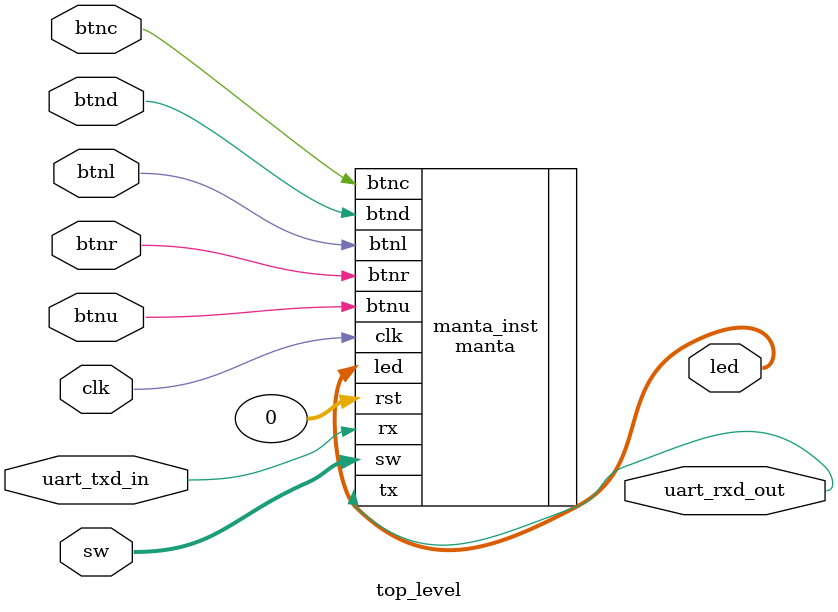
<source format=sv>
`default_nettype none
`timescale 1ns / 1ps

module top_level (
	input wire clk,

    input wire uart_txd_in,
	output logic uart_rxd_out,

    input wire btnu,
    input wire btnd,
    input wire btnl,
    input wire btnr,
	input wire btnc,

    input wire [7:0] sw,

	output logic [7:0] led);

    manta manta_inst (
        .clk(clk),
        .rst(0),

        .rx(uart_txd_in),
        .tx(uart_rxd_out),

        .btnu(btnu),
        .btnd(btnd),
        .btnl(btnl),
        .btnr(btnr),
        .btnc(btnc),
        .sw(sw),
        .led(led));

endmodule

`default_nettype wire

</source>
